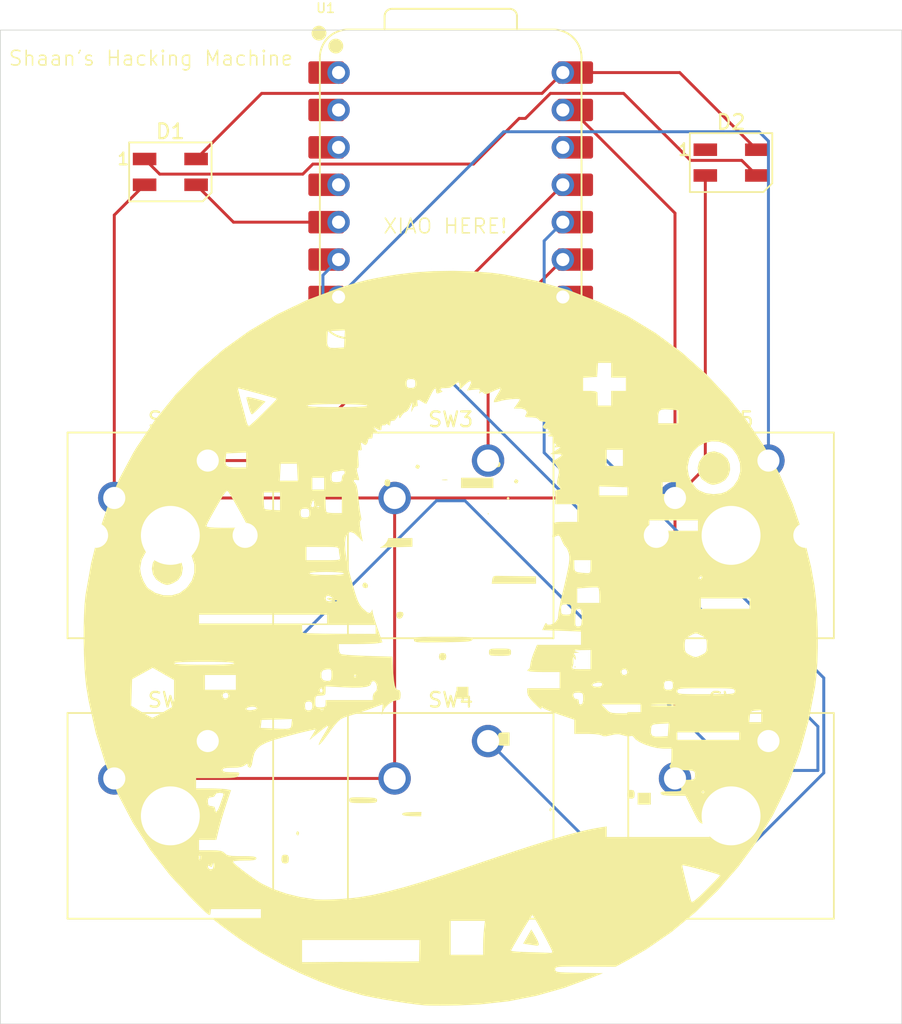
<source format=kicad_pcb>
(kicad_pcb (version 20240108) (generator "pcbnew") (generator_version "8.0")
  (layers (0 "F.Cu" signal) (31 "B.Cu" signal) (34 "B.Paste" user) (35 "F.Paste" user) (36 "B.SilkS" user "B.Silkscreen") (37 "F.SilkS" user "F.Silkscreen") (38 "B.Mask" user) (39 "F.Mask" user) (44 "Edge.Cuts" user))
  (net 0 "")
  (net 1 "Net-(D1-DOUT)")
  (net 2 "+5V")
  (net 3 "GND")
  (net 4 "Net-(D1-DIN)")
  (net 6 "Net-(U1-GPIO3{slash}MOSI)")
  (net 7 "Net-(U1-GPIO4{slash}MISO)")
  (net 8 "Net-(U1-GPIO2{slash}SCK)")
  (net 9 "Net-(U1-GPIO1{slash}RX)")
  (net 10 "Net-(U1-GPIO0{slash}TX)")
  (net 11 "Net-(U1-GPIO7{slash}SCL)")
  (footprint "Seeed Studio XIAO Series Library:XIAO-RP2040-DIP" (layer "F.Cu") (at 133.35 50.00625)
    (property "Reference" "U1" (at -8.5 -12 0) (layer "F.SilkS") (effects (font (size 0.635 0.635) (thickness 0.1016))))
    (property "Value" "XIAO-RP2040-DIP")
    (pad "1" smd roundrect (at -8.455 -7.62 180) (size 2.432 1.524) (layers "F.Cu" "F.Mask") (roundrect_rratio 0.1))
    (pad "1" thru_hole circle (at -7.62 -7.62 180) (size 1.524 1.524) (drill 0.889) (layers "*.Cu" "*.Mask"))
    (pad "2" smd roundrect (at -8.455 -5.08 180) (size 2.432 1.524) (layers "F.Cu" "F.Mask") (roundrect_rratio 0.1))
    (pad "2" thru_hole circle (at -7.62 -5.08 180) (size 1.524 1.524) (drill 0.889) (layers "*.Cu" "*.Mask"))
    (pad "3" smd roundrect (at -8.455 -2.54 180) (size 2.432 1.524) (layers "F.Cu" "F.Mask") (roundrect_rratio 0.1))
    (pad "3" thru_hole circle (at -7.62 -2.54 180) (size 1.524 1.524) (drill 0.889) (layers "*.Cu" "*.Mask"))
    (pad "4" smd roundrect (at -8.455 0 180) (size 2.432 1.524) (layers "F.Cu" "F.Mask") (roundrect_rratio 0.1))
    (pad "4" thru_hole circle (at -7.62 0 180) (size 1.524 1.524) (drill 0.889) (layers "*.Cu" "*.Mask"))
    (pad "5" smd roundrect (at -8.455 2.54 180) (size 2.432 1.524) (layers "F.Cu" "F.Mask") (roundrect_rratio 0.1) (net 4 "Net-(D1-DIN)"))
    (pad "5" thru_hole circle (at -7.62 2.54 180) (size 1.524 1.524) (drill 0.889) (layers "*.Cu" "*.Mask") (net 4 "Net-(D1-DIN)"))
    (pad "6" smd roundrect (at -8.455 5.08 180) (size 2.432 1.524) (layers "F.Cu" "F.Mask") (roundrect_rratio 0.1) (net 11 "Net-(U1-GPIO7{slash}SCL)"))
    (pad "6" thru_hole circle (at -7.62 5.08 180) (size 1.524 1.524) (drill 0.889) (layers "*.Cu" "*.Mask") (net 11 "Net-(U1-GPIO7{slash}SCL)"))
    (pad "7" smd roundrect (at -8.455 7.62 180) (size 2.432 1.524) (layers "F.Cu" "F.Mask") (roundrect_rratio 0.1) (net 10 "Net-(U1-GPIO0{slash}TX)"))
    (pad "7" thru_hole circle (at -7.62 7.62 180) (size 1.524 1.524) (drill 0.889) (layers "*.Cu" "*.Mask") (net 10 "Net-(U1-GPIO0{slash}TX)"))
    (pad "8" thru_hole circle (at 7.62 7.62) (size 1.524 1.524) (drill 0.889) (layers "*.Cu" "*.Mask") (net 9 "Net-(U1-GPIO1{slash}RX)"))
    (pad "8" smd roundrect (at 8.455 7.62) (size 2.432 1.524) (layers "F.Cu" "F.Mask") (roundrect_rratio 0.1) (net 9 "Net-(U1-GPIO1{slash}RX)"))
    (pad "9" thru_hole circle (at 7.62 5.08) (size 1.524 1.524) (drill 0.889) (layers "*.Cu" "*.Mask") (net 8 "Net-(U1-GPIO2{slash}SCK)"))
    (pad "9" smd roundrect (at 8.455 5.08) (size 2.432 1.524) (layers "F.Cu" "F.Mask") (roundrect_rratio 0.1) (net 8 "Net-(U1-GPIO2{slash}SCK)"))
    (pad "10" thru_hole circle (at 7.62 2.54) (size 1.524 1.524) (drill 0.889) (layers "*.Cu" "*.Mask") (net 7 "Net-(U1-GPIO4{slash}MISO)"))
    (pad "10" smd roundrect (at 8.455 2.54) (size 2.432 1.524) (layers "F.Cu" "F.Mask") (roundrect_rratio 0.1) (net 7 "Net-(U1-GPIO4{slash}MISO)"))
    (pad "11" thru_hole circle (at 7.62 0) (size 1.524 1.524) (drill 0.889) (layers "*.Cu" "*.Mask") (net 6 "Net-(U1-GPIO3{slash}MOSI)"))
    (pad "11" smd roundrect (at 8.455 0) (size 2.432 1.524) (layers "F.Cu" "F.Mask") (roundrect_rratio 0.1) (net 6 "Net-(U1-GPIO3{slash}MOSI)"))
    (pad "12" thru_hole circle (at 7.62 -2.54) (size 1.524 1.524) (drill 0.889) (layers "*.Cu" "*.Mask"))
    (pad "12" smd roundrect (at 8.455 -2.54) (size 2.432 1.524) (layers "F.Cu" "F.Mask") (roundrect_rratio 0.1))
    (pad "13" thru_hole circle (at 7.62 -5.08) (size 1.524 1.524) (drill 0.889) (layers "*.Cu" "*.Mask") (net 3 "GND"))
    (pad "13" smd roundrect (at 8.455 -5.08) (size 2.432 1.524) (layers "F.Cu" "F.Mask") (roundrect_rratio 0.1) (net 3 "GND"))
    (pad "14" thru_hole circle (at 7.62 -7.62) (size 1.524 1.524) (drill 0.889) (layers "*.Cu" "*.Mask") (net 2 "+5V"))
    (pad "14" smd roundrect (at 8.455 -7.62) (size 2.432 1.524) (layers "F.Cu" "F.Mask") (roundrect_rratio 0.1) (net 2 "+5V"))
  )
  (footprint "Button_Switch_Keyboard:SW_Cherry_MX_1.00u_PCB" (layer "F.Cu") (at 154.94 87.78875)
    (property "Reference" "SW6" (at -2.54 -2.794 0) (layer "F.SilkS"))
    (property "Value" "SW_Push")
    (pad "" np_thru_hole circle (at -7.62 5.08) (size 1.7 1.7) (drill 1.7) (layers "*.Cu" "*.Mask"))
    (pad "" np_thru_hole circle (at -2.54 5.08) (size 4 4) (drill 4) (layers "*.Cu" "*.Mask"))
    (pad "" np_thru_hole circle (at 2.54 5.08) (size 1.7 1.7) (drill 1.7) (layers "*.Cu" "*.Mask"))
    (pad "1" thru_hole circle (at 0 0) (size 2.2 2.2) (drill 1.5) (layers "*.Cu" "*.Mask") (net 11 "Net-(U1-GPIO7{slash}SCL)"))
    (pad "2" thru_hole circle (at -6.35 2.54) (size 2.2 2.2) (drill 1.5) (layers "*.Cu" "*.Mask") (net 3 "GND"))
  )
  (footprint "LED_SMD:LED_SK6812MINI_PLCC4_3.5x3.5mm_P1.75mm" (layer "F.Cu") (at 152.4 48.5)
    (property "Reference" "D2" (at 0 -2.75 0) (layer "F.SilkS"))
    (property "Value" "SK6812MINI")
    (fp_text user "1" (at -3.2 -0.875 0) (layer "F.SilkS") (effects (font (size 0.8 0.8))))
    (pad "1" smd rect (at -1.75 -0.875) (size 1.6 0.85) (layers "F.Cu" "F.Paste" "F.Mask"))
    (pad "2" smd rect (at -1.75 0.875) (size 1.6 0.85) (layers "F.Cu" "F.Paste" "F.Mask") (net 3 "GND"))
    (pad "3" smd rect (at 1.75 0.875) (size 1.6 0.85) (layers "F.Cu" "F.Paste" "F.Mask") (net 1 "Net-(D1-DOUT)"))
    (pad "4" smd rect (at 1.75 -0.875) (size 1.6 0.85) (layers "F.Cu" "F.Paste" "F.Mask") (net 2 "+5V"))
  )
  (footprint "Button_Switch_Keyboard:SW_Cherry_MX_1.00u_PCB" (layer "F.Cu") (at 135.89 68.73875)
    (property "Reference" "SW3" (at -2.54 -2.794 0) (layer "F.SilkS"))
    (property "Value" "SW_Push")
    (pad "" np_thru_hole circle (at -7.62 5.08) (size 1.7 1.7) (drill 1.7) (layers "*.Cu" "*.Mask"))
    (pad "" np_thru_hole circle (at -2.54 5.08) (size 4 4) (drill 4) (layers "*.Cu" "*.Mask"))
    (pad "" np_thru_hole circle (at 2.54 5.08) (size 1.7 1.7) (drill 1.7) (layers "*.Cu" "*.Mask"))
    (pad "1" thru_hole circle (at 0 0) (size 2.2 2.2) (drill 1.5) (layers "*.Cu" "*.Mask") (net 8 "Net-(U1-GPIO2{slash}SCK)"))
    (pad "2" thru_hole circle (at -6.35 2.54) (size 2.2 2.2) (drill 1.5) (layers "*.Cu" "*.Mask") (net 3 "GND"))
  )
  (footprint "Button_Switch_Keyboard:SW_Cherry_MX_1.00u_PCB" (layer "F.Cu") (at 135.89 87.78875)
    (property "Reference" "SW4" (at -2.54 -2.794 0) (layer "F.SilkS"))
    (property "Value" "SW_Push")
    (pad "" np_thru_hole circle (at -7.62 5.08) (size 1.7 1.7) (drill 1.7) (layers "*.Cu" "*.Mask"))
    (pad "" np_thru_hole circle (at -2.54 5.08) (size 4 4) (drill 4) (layers "*.Cu" "*.Mask"))
    (pad "" np_thru_hole circle (at 2.54 5.08) (size 1.7 1.7) (drill 1.7) (layers "*.Cu" "*.Mask"))
    (pad "1" thru_hole circle (at 0 0) (size 2.2 2.2) (drill 1.5) (layers "*.Cu" "*.Mask") (net 9 "Net-(U1-GPIO1{slash}RX)"))
    (pad "2" thru_hole circle (at -6.35 2.54) (size 2.2 2.2) (drill 1.5) (layers "*.Cu" "*.Mask") (net 3 "GND"))
  )
  (footprint "LED_SMD:LED_SK6812MINI_PLCC4_3.5x3.5mm_P1.75mm" (layer "F.Cu") (at 114.3 49.13125)
    (property "Reference" "D1" (at 0 -2.75 0) (layer "F.SilkS"))
    (property "Value" "SK6812MINI")
    (fp_text user "1" (at -3.2 -0.875 0) (layer "F.SilkS") (effects (font (size 0.8 0.8))))
    (pad "1" smd rect (at -1.75 -0.875) (size 1.6 0.85) (layers "F.Cu" "F.Paste" "F.Mask") (net 1 "Net-(D1-DOUT)"))
    (pad "2" smd rect (at -1.75 0.875) (size 1.6 0.85) (layers "F.Cu" "F.Paste" "F.Mask") (net 3 "GND"))
    (pad "3" smd rect (at 1.75 0.875) (size 1.6 0.85) (layers "F.Cu" "F.Paste" "F.Mask") (net 4 "Net-(D1-DIN)"))
    (pad "4" smd rect (at 1.75 -0.875) (size 1.6 0.85) (layers "F.Cu" "F.Paste" "F.Mask") (net 2 "+5V"))
  )
  (footprint "LOGO" (layer "F.Cu") (at 133.35 80.80375)
    (property "Reference" "G***" (hide yes))
    (property "Value" "LOGO" (hide yes))
  )
  (footprint "Button_Switch_Keyboard:SW_Cherry_MX_1.00u_PCB" (layer "F.Cu") (at 154.94 68.73875)
    (property "Reference" "SW5" (at -2.54 -2.794 0) (layer "F.SilkS"))
    (property "Value" "SW_Push")
    (pad "" np_thru_hole circle (at -7.62 5.08) (size 1.7 1.7) (drill 1.7) (layers "*.Cu" "*.Mask"))
    (pad "" np_thru_hole circle (at -2.54 5.08) (size 4 4) (drill 4) (layers "*.Cu" "*.Mask"))
    (pad "" np_thru_hole circle (at 2.54 5.08) (size 1.7 1.7) (drill 1.7) (layers "*.Cu" "*.Mask"))
    (pad "1" thru_hole circle (at 0 0) (size 2.2 2.2) (drill 1.5) (layers "*.Cu" "*.Mask") (net 10 "Net-(U1-GPIO0{slash}TX)"))
    (pad "2" thru_hole circle (at -6.35 2.54) (size 2.2 2.2) (drill 1.5) (layers "*.Cu" "*.Mask") (net 3 "GND"))
  )
  (footprint "Button_Switch_Keyboard:SW_Cherry_MX_1.00u_PCB" (layer "F.Cu") (at 116.84 68.73875)
    (property "Reference" "SW1" (at -2.54 -2.794 0) (layer "F.SilkS"))
    (property "Value" "SW_Push")
    (pad "" np_thru_hole circle (at -7.62 5.08) (size 1.7 1.7) (drill 1.7) (layers "*.Cu" "*.Mask"))
    (pad "" np_thru_hole circle (at -2.54 5.08) (size 4 4) (drill 4) (layers "*.Cu" "*.Mask"))
    (pad "" np_thru_hole circle (at 2.54 5.08) (size 1.7 1.7) (drill 1.7) (layers "*.Cu" "*.Mask"))
    (pad "1" thru_hole circle (at 0 0) (size 2.2 2.2) (drill 1.5) (layers "*.Cu" "*.Mask") (net 6 "Net-(U1-GPIO3{slash}MOSI)"))
    (pad "2" thru_hole circle (at -6.35 2.54) (size 2.2 2.2) (drill 1.5) (layers "*.Cu" "*.Mask") (net 3 "GND"))
  )
  (footprint "Button_Switch_Keyboard:SW_Cherry_MX_1.00u_PCB" (layer "F.Cu") (at 116.84 87.78875)
    (property "Reference" "SW2" (at -2.54 -2.794 0) (layer "F.SilkS"))
    (property "Value" "SW_Push")
    (pad "" np_thru_hole circle (at -7.62 5.08) (size 1.7 1.7) (drill 1.7) (layers "*.Cu" "*.Mask"))
    (pad "" np_thru_hole circle (at -2.54 5.08) (size 4 4) (drill 4) (layers "*.Cu" "*.Mask"))
    (pad "" np_thru_hole circle (at 2.54 5.08) (size 1.7 1.7) (drill 1.7) (layers "*.Cu" "*.Mask"))
    (pad "1" thru_hole circle (at 0 0) (size 2.2 2.2) (drill 1.5) (layers "*.Cu" "*.Mask") (net 7 "Net-(U1-GPIO4{slash}MISO)"))
    (pad "2" thru_hole circle (at -6.35 2.54) (size 2.2 2.2) (drill 1.5) (layers "*.Cu" "*.Mask") (net 3 "GND"))
  )
  (gr_rect (start 102.75 39.5) (end 164 107) (stroke (width 0.05)) (fill none) (layer "Edge.Cuts"))
  (gr_text "XIAO HERE!" (at 128.7 53.4 0) (layer "F.SilkS") (effects (font (size 1 1) (thickness 0.1)) (justify left bottom)))
  (gr_text "Shaan's Hacking Machine" (at 103.25 42 0) (layer "F.SilkS") (effects (font (size 1 1) (thickness 0.1)) (justify left bottom)))
  (segment (start 140.121935 43.8) (end 145.1 43.8) (width 0.2) (layer "F.Cu") (net 1))
  (segment (start 112.55 48.25625) (end 113.575 49.28125) (width 0.2) (layer "F.Cu") (net 1))
  (segment (start 149.65 48.35) (end 153.125 48.35) (width 0.2) (layer "F.Cu") (net 1))
  (segment (start 123.984036 48.6) (end 134.9 48.6) (width 0.2) (layer "F.Cu") (net 1))
  (segment (start 123.302786 49.28125) (end 123.984036 48.6) (width 0.2) (layer "F.Cu") (net 1))
  (segment (start 138.421935 45.5) (end 140.121935 43.8) (width 0.2) (layer "F.Cu") (net 1))
  (segment (start 138 45.5) (end 138.421935 45.5) (width 0.2) (layer "F.Cu") (net 1))
  (segment (start 134.9 48.6) (end 138 45.5) (width 0.2) (layer "F.Cu") (net 1))
  (segment (start 145.1 43.8) (end 149.65 48.35) (width 0.2) (layer "F.Cu") (net 1))
  (segment (start 113.575 49.28125) (end 123.302786 49.28125) (width 0.2) (layer "F.Cu") (net 1))
  (segment (start 153.125 48.35) (end 154.15 49.375) (width 0.2) (layer "F.Cu") (net 1))
  (segment (start 116.05 48.25625) (end 120.50625 43.8) (width 0.2) (layer "F.Cu") (net 2))
  (segment (start 120.50625 43.8) (end 139.55625 43.8) (width 0.2) (layer "F.Cu") (net 2))
  (segment (start 154.15 47.625) (end 148.91125 42.38625) (width 0.2) (layer "F.Cu") (net 2))
  (segment (start 148.91125 42.38625) (end 140.97 42.38625) (width 0.2) (layer "F.Cu") (net 2))
  (segment (start 139.55625 43.8) (end 140.97 42.38625) (width 0.2) (layer "F.Cu") (net 2))
  (segment (start 110.49 71.27875) (end 129.54 71.27875) (width 0.2) (layer "F.Cu") (net 3))
  (segment (start 148.59 90.32875) (end 148.59 71.27875) (width 0.2) (layer "F.Cu") (net 3))
  (segment (start 150.65 49.375) (end 150.65 69.21875) (width 0.2) (layer "F.Cu") (net 3))
  (segment (start 110.49 71.27875) (end 110.49 52.06625) (width 0.2) (layer "F.Cu") (net 3))
  (segment (start 141.582214 44.92625) (end 140.97 44.92625) (width 0.2) (layer "F.Cu") (net 3))
  (segment (start 148.59 51.934036) (end 141.582214 44.92625) (width 0.2) (layer "F.Cu") (net 3))
  (segment (start 148.59 71.27875) (end 147.9 70.58875) (width 0.2) (layer "F.Cu") (net 3))
  (segment (start 110.49 52.06625) (end 112.55 50.00625) (width 0.2) (layer "F.Cu") (net 3))
  (segment (start 148.59 71.27875) (end 148.59 51.934036) (width 0.2) (layer "F.Cu") (net 3))
  (segment (start 148.59 71.27875) (end 129.54 71.27875) (width 0.2) (layer "F.Cu") (net 3))
  (segment (start 129.54 90.32875) (end 110.49 90.32875) (width 0.2) (layer "F.Cu") (net 3))
  (segment (start 129.54 71.27875) (end 129.54 90.32875) (width 0.2) (layer "F.Cu") (net 3))
  (segment (start 150.65 69.21875) (end 148.59 71.27875) (width 0.2) (layer "F.Cu") (net 3))
  (segment (start 116.05 50.00625) (end 118.59 52.54625) (width 0.2) (layer "F.Cu") (net 4))
  (segment (start 118.59 52.54625) (end 125.73 52.54625) (width 0.2) (layer "F.Cu") (net 4))
  (segment (start 116.84 68.73875) (end 122.2375 68.73875) (width 0.2) (layer "F.Cu") (net 6))
  (segment (start 122.2375 68.73875) (end 140.97 50.00625) (width 0.2) (layer "F.Cu") (net 6))
  (segment (start 116.84 87.005348) (end 132.376598 71.46875) (width 0.2) (layer "B.Cu") (net 7))
  (segment (start 139.7 53.81625) (end 140.97 52.54625) (width 0.2) (layer "B.Cu") (net 7))
  (segment (start 139.7 68.2) (end 139.7 53.81625) (width 0.2) (layer "B.Cu") (net 7))
  (segment (start 116.84 87.78875) (end 116.84 87.005348) (width 0.2) (layer "B.Cu") (net 7))
  (segment (start 132.376598 71.46875) (end 134.323402 71.46875) (width 0.2) (layer "B.Cu") (net 7))
  (segment (start 158.3 89.786008) (end 158.3 86.8) (width 0.2) (layer "B.Cu") (net 7))
  (segment (start 158.3 86.8) (end 139.7 68.2) (width 0.2) (layer "B.Cu") (net 7))
  (segment (start 134.323402 71.46875) (end 152.64066 89.786008) (width 0.2) (layer "B.Cu") (net 7))
  (segment (start 152.64066 89.786008) (end 158.3 89.786008) (width 0.2) (layer "B.Cu") (net 7))
  (segment (start 135.89 60.16625) (end 140.97 55.08625) (width 0.2) (layer "F.Cu") (net 8))
  (segment (start 135.89 68.73875) (end 135.89 60.16625) (width 0.2) (layer "F.Cu") (net 8))
  (segment (start 135.89 87.78875) (end 143.90125 95.8) (width 0.2) (layer "B.Cu") (net 9))
  (segment (start 152.851694 95.8) (end 158.7 89.951694) (width 0.2) (layer "B.Cu") (net 9))
  (segment (start 158.7 83.501694) (end 140.97 65.771694) (width 0.2) (layer "B.Cu") (net 9))
  (segment (start 158.7 89.951694) (end 158.7 83.501694) (width 0.2) (layer "B.Cu") (net 9))
  (segment (start 143.90125 95.8) (end 152.851694 95.8) (width 0.2) (layer "B.Cu") (net 9))
  (segment (start 140.97 65.771694) (end 140.97 57.62625) (width 0.2) (layer "B.Cu") (net 9))
  (segment (start 154.30425 46.40425) (end 136.952 46.40425) (width 0.2) (layer "B.Cu") (net 10))
  (segment (start 154.94 47.04) (end 154.30425 46.40425) (width 0.2) (layer "B.Cu") (net 10))
  (segment (start 136.952 46.40425) (end 125.73 57.62625) (width 0.2) (layer "B.Cu") (net 10))
  (segment (start 154.94 68.73875) (end 154.94 47.04) (width 0.2) (layer "B.Cu") (net 10))
  (segment (start 125.290105 58.68825) (end 124.668 58.066145) (width 0.2) (layer "B.Cu") (net 11))
  (segment (start 154.94 87.78875) (end 154.94 84.94) (width 0.2) (layer "B.Cu") (net 11))
  (segment (start 154.94 84.94) (end 128.68825 58.68825) (width 0.2) (layer "B.Cu") (net 11))
  (segment (start 124.668 56.14825) (end 125.73 55.08625) (width 0.2) (layer "B.Cu") (net 11))
  (segment (start 124.668 58.066145) (end 124.668 56.14825) (width 0.2) (layer "B.Cu") (net 11))
  (segment (start 128.68825 58.68825) (end 125.290105 58.68825) (width 0.2) (layer "B.Cu") (net 11))
)
</source>
